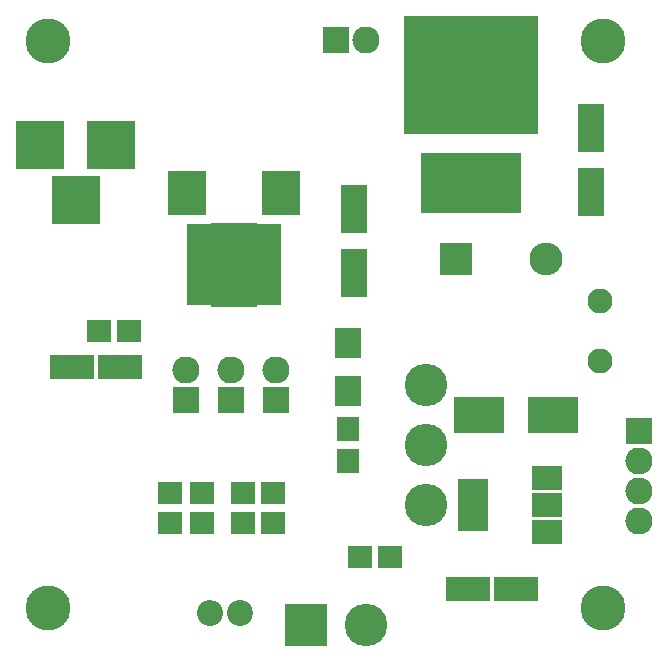
<source format=gbr>
G04 #@! TF.FileFunction,Soldermask,Top*
%FSLAX46Y46*%
G04 Gerber Fmt 4.6, Leading zero omitted, Abs format (unit mm)*
G04 Created by KiCad (PCBNEW 4.0.7) date 10/02/18 03:54:40*
%MOMM*%
%LPD*%
G01*
G04 APERTURE LIST*
%ADD10C,0.100000*%
%ADD11R,4.100000X4.100000*%
%ADD12R,2.300000X2.300000*%
%ADD13O,2.300000X2.300000*%
%ADD14R,2.800000X2.800000*%
%ADD15O,2.800000X2.800000*%
%ADD16R,2.200000X4.100000*%
%ADD17C,2.124000*%
%ADD18R,3.800000X2.100000*%
%ADD19R,2.100000X1.850000*%
%ADD20R,4.350000X3.100000*%
%ADD21R,2.300000X2.600000*%
%ADD22R,2.100000X1.900000*%
%ADD23R,1.900000X2.100000*%
%ADD24C,2.200000*%
%ADD25O,2.200000X2.200000*%
%ADD26R,1.400000X1.900000*%
%ADD27R,2.400000X1.900000*%
%ADD28R,2.050000X1.050000*%
%ADD29R,2.600000X4.400000*%
%ADD30R,2.600000X2.100000*%
%ADD31R,1.700000X5.200000*%
%ADD32R,11.400000X10.000000*%
%ADD33C,3.800000*%
%ADD34R,3.300000X3.800000*%
%ADD35R,3.600000X3.600000*%
%ADD36C,3.600000*%
G04 APERTURE END LIST*
D10*
D11*
X100330000Y-83820000D03*
X94330000Y-83820000D03*
X97330000Y-88520000D03*
D12*
X114300000Y-105410000D03*
D13*
X114300000Y-102870000D03*
D14*
X129540000Y-93472000D03*
D15*
X137160000Y-93472000D03*
D16*
X120904000Y-89248000D03*
X120904000Y-94648000D03*
D17*
X141732000Y-102068000D03*
X141732000Y-97068000D03*
D18*
X101060000Y-102616000D03*
X97060000Y-102616000D03*
D19*
X101834000Y-99568000D03*
X99334000Y-99568000D03*
X111526000Y-115824000D03*
X114026000Y-115824000D03*
X121450000Y-118700000D03*
X123950000Y-118700000D03*
D18*
X134588000Y-121412000D03*
X130588000Y-121412000D03*
D20*
X137745000Y-106680000D03*
X131495000Y-106680000D03*
D16*
X140970000Y-87790000D03*
X140970000Y-82390000D03*
D21*
X120396000Y-100616000D03*
X120396000Y-104616000D03*
D12*
X145000000Y-108000000D03*
D13*
X145000000Y-110540000D03*
X145000000Y-113080000D03*
X145000000Y-115620000D03*
D22*
X108030000Y-113284000D03*
X105330000Y-113284000D03*
X105330000Y-115824000D03*
X108030000Y-115824000D03*
D23*
X120396000Y-110570000D03*
X120396000Y-107870000D03*
D24*
X111252000Y-123444000D03*
D25*
X108712000Y-123444000D03*
D26*
X112044000Y-91380000D03*
D27*
X110744000Y-96580000D03*
X110744000Y-95280000D03*
X110744000Y-91380000D03*
X110744000Y-92680000D03*
D28*
X107794000Y-91060000D03*
X107794000Y-91710000D03*
X107794000Y-92360000D03*
X107794000Y-93010000D03*
X107794000Y-93650000D03*
X107794000Y-94310000D03*
X107794000Y-94950000D03*
X107794000Y-95600000D03*
X107794000Y-96250000D03*
X107794000Y-96900000D03*
X113694000Y-96900000D03*
X113694000Y-96250000D03*
X113694000Y-95600000D03*
X113694000Y-94950000D03*
X113694000Y-94310000D03*
X113694000Y-93650000D03*
X113694000Y-93010000D03*
X113694000Y-92360000D03*
X113694000Y-91710000D03*
X113694000Y-91060000D03*
D27*
X110744000Y-93980000D03*
D26*
X109444000Y-91380000D03*
X109444000Y-92680000D03*
X109444000Y-93980000D03*
X109444000Y-95280000D03*
X109444000Y-96580000D03*
X112044000Y-96580000D03*
X112044000Y-95280000D03*
X112044000Y-93980000D03*
X112044000Y-92680000D03*
D29*
X130962000Y-114300000D03*
D30*
X137262000Y-114300000D03*
X137262000Y-112000000D03*
X137262000Y-116600000D03*
D31*
X127410000Y-87055000D03*
X129110000Y-87055000D03*
X130810000Y-87055000D03*
X132510000Y-87055000D03*
X134210000Y-87055000D03*
D32*
X130810000Y-77905000D03*
D19*
X114026000Y-113284000D03*
X111526000Y-113284000D03*
D12*
X106680000Y-105410000D03*
D13*
X106680000Y-102870000D03*
D12*
X110490000Y-105410000D03*
D13*
X110490000Y-102870000D03*
D33*
X95000000Y-123000000D03*
X95000000Y-75000000D03*
X142000000Y-75000000D03*
X142000000Y-123000000D03*
D34*
X106794000Y-87884000D03*
X114694000Y-87884000D03*
D35*
X116840000Y-124460000D03*
D36*
X121920000Y-124460000D03*
D12*
X119380000Y-74930000D03*
D13*
X121920000Y-74930000D03*
D36*
X127000000Y-104140000D03*
X127000000Y-114300000D03*
X127000000Y-109220000D03*
M02*

</source>
